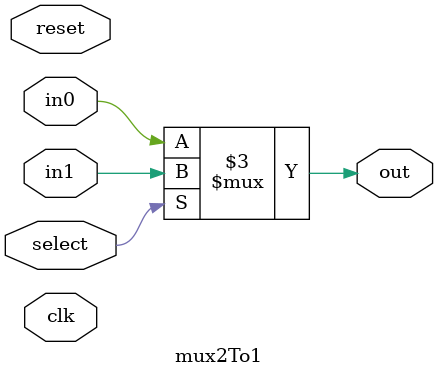
<source format=sv>
/*
EE 469 Lab 3 Project
Designing an ALU
Authors: Andrique Liu, Grant Maiden, Zhengjie Zhu

mux2To1 functions as a 2-to-1 MUX, with an input select that selects
between two inputs to output.
*/
module mux2To1 (clk, reset, select, in0, in1, out);
	input  logic clk, reset; // Clock, reset
	input  logic select;     // Select between two inputs
	input  logic in0, in1;   // Input bits
	
	output logic out;        // Output bit
	
	// Combinational Logic
	// Select output between the two inputs
	always_comb begin
		if (select) begin // If "1" is selected
			out = in1;
		end else begin    // If "0" is selected
			out = in0;
		end
	end
	
endmodule

</source>
